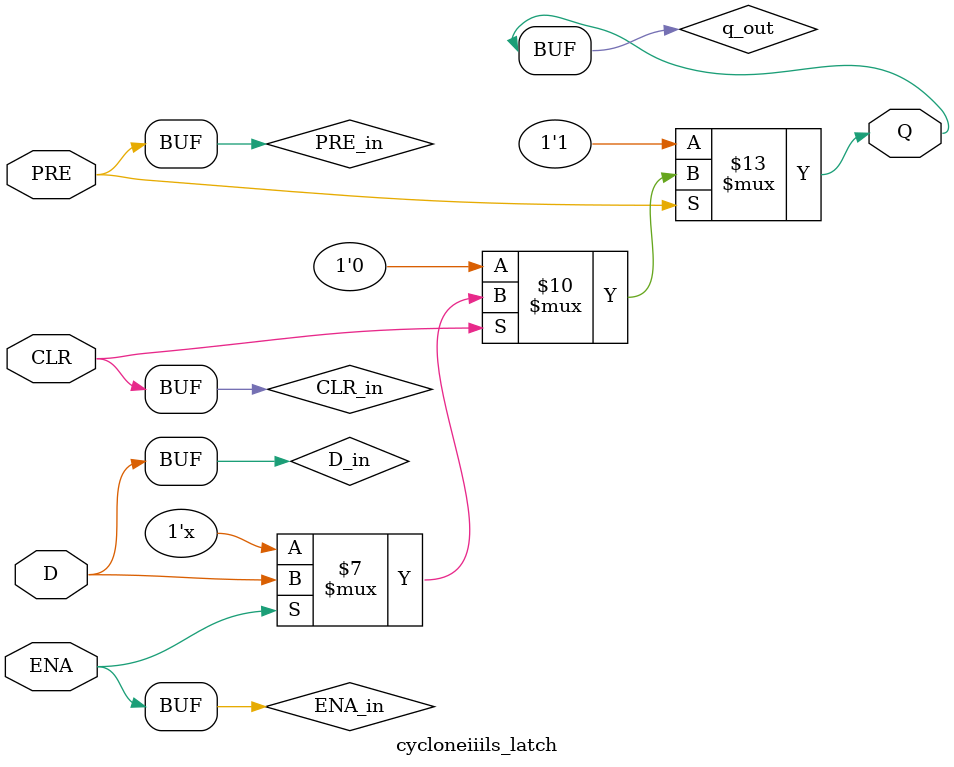
<source format=v>
module cycloneiiils_latch(D, ENA, PRE, CLR, Q);
   input D;
   input ENA, PRE, CLR;
   output Q;
   reg 	  q_out;
   specify
      $setup (D, negedge ENA, 0) ;
      $hold (negedge ENA, D, 0) ;
      (D => Q) = (0, 0);
      (negedge ENA => (Q +: q_out)) = (0, 0);
      (negedge PRE => (Q +: q_out)) = (0, 0);
      (negedge CLR => (Q +: q_out)) = (0, 0);
   endspecify
   wire D_in;
   wire ENA_in;
   wire PRE_in;
   wire CLR_in;
   buf (D_in, D);
   buf (ENA_in, ENA);
   buf (PRE_in, PRE);
   buf (CLR_in, CLR);
   initial
      begin
	 q_out <= 1'b0;
      end
   always @(D_in or ENA_in or PRE_in or CLR_in)
      begin
	 if (PRE_in == 1'b0)
	    begin
	       // latch being preset, preset is active low
	       q_out <= 1'b1;
	    end
	 else if (CLR_in == 1'b0)
	    begin
	       // latch being cleared, clear is active low
	       q_out <= 1'b0;
	    end
	      else if (ENA_in == 1'b1)
		 begin
		    // latch is transparent
		    q_out <= D_in;
		 end
      end
   and (Q, q_out, 1'b1);
endmodule
</source>
